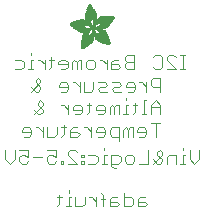
<source format=gbr>
G04 EAGLE Gerber RS-274X export*
G75*
%MOMM*%
%FSLAX34Y34*%
%LPD*%
%INSilkscreen Bottom*%
%IPPOS*%
%AMOC8*
5,1,8,0,0,1.08239X$1,22.5*%
G01*
%ADD10C,0.101600*%
%ADD11R,0.050800X0.006300*%
%ADD12R,0.082600X0.006400*%
%ADD13R,0.120600X0.006300*%
%ADD14R,0.139700X0.006400*%
%ADD15R,0.158800X0.006300*%
%ADD16R,0.177800X0.006400*%
%ADD17R,0.196800X0.006300*%
%ADD18R,0.215900X0.006400*%
%ADD19R,0.228600X0.006300*%
%ADD20R,0.241300X0.006400*%
%ADD21R,0.254000X0.006300*%
%ADD22R,0.266700X0.006400*%
%ADD23R,0.279400X0.006300*%
%ADD24R,0.285700X0.006400*%
%ADD25R,0.298400X0.006300*%
%ADD26R,0.311200X0.006400*%
%ADD27R,0.317500X0.006300*%
%ADD28R,0.330200X0.006400*%
%ADD29R,0.336600X0.006300*%
%ADD30R,0.349200X0.006400*%
%ADD31R,0.361900X0.006300*%
%ADD32R,0.368300X0.006400*%
%ADD33R,0.381000X0.006300*%
%ADD34R,0.387300X0.006400*%
%ADD35R,0.393700X0.006300*%
%ADD36R,0.406400X0.006400*%
%ADD37R,0.412700X0.006300*%
%ADD38R,0.419100X0.006400*%
%ADD39R,0.431800X0.006300*%
%ADD40R,0.438100X0.006400*%
%ADD41R,0.450800X0.006300*%
%ADD42R,0.457200X0.006400*%
%ADD43R,0.463500X0.006300*%
%ADD44R,0.476200X0.006400*%
%ADD45R,0.482600X0.006300*%
%ADD46R,0.488900X0.006400*%
%ADD47R,0.501600X0.006300*%
%ADD48R,0.508000X0.006400*%
%ADD49R,0.514300X0.006300*%
%ADD50R,0.527000X0.006400*%
%ADD51R,0.533400X0.006300*%
%ADD52R,0.546100X0.006400*%
%ADD53R,0.552400X0.006300*%
%ADD54R,0.558800X0.006400*%
%ADD55R,0.571500X0.006300*%
%ADD56R,0.577800X0.006400*%
%ADD57R,0.584200X0.006300*%
%ADD58R,0.596900X0.006400*%
%ADD59R,0.603200X0.006300*%
%ADD60R,0.609600X0.006400*%
%ADD61R,0.622300X0.006300*%
%ADD62R,0.628600X0.006400*%
%ADD63R,0.641300X0.006300*%
%ADD64R,0.647700X0.006400*%
%ADD65R,0.063500X0.006300*%
%ADD66R,0.654000X0.006300*%
%ADD67R,0.101600X0.006400*%
%ADD68R,0.666700X0.006400*%
%ADD69R,0.139700X0.006300*%
%ADD70R,0.673100X0.006300*%
%ADD71R,0.165100X0.006400*%
%ADD72R,0.679400X0.006400*%
%ADD73R,0.196900X0.006300*%
%ADD74R,0.692100X0.006300*%
%ADD75R,0.222200X0.006400*%
%ADD76R,0.698500X0.006400*%
%ADD77R,0.247700X0.006300*%
%ADD78R,0.704800X0.006300*%
%ADD79R,0.279400X0.006400*%
%ADD80R,0.717500X0.006400*%
%ADD81R,0.298500X0.006300*%
%ADD82R,0.723900X0.006300*%
%ADD83R,0.736600X0.006400*%
%ADD84R,0.342900X0.006300*%
%ADD85R,0.742900X0.006300*%
%ADD86R,0.374700X0.006400*%
%ADD87R,0.749300X0.006400*%
%ADD88R,0.762000X0.006300*%
%ADD89R,0.412700X0.006400*%
%ADD90R,0.768300X0.006400*%
%ADD91R,0.438100X0.006300*%
%ADD92R,0.774700X0.006300*%
%ADD93R,0.463600X0.006400*%
%ADD94R,0.787400X0.006400*%
%ADD95R,0.793700X0.006300*%
%ADD96R,0.495300X0.006400*%
%ADD97R,0.800100X0.006400*%
%ADD98R,0.520700X0.006300*%
%ADD99R,0.812800X0.006300*%
%ADD100R,0.533400X0.006400*%
%ADD101R,0.819100X0.006400*%
%ADD102R,0.558800X0.006300*%
%ADD103R,0.825500X0.006300*%
%ADD104R,0.577900X0.006400*%
%ADD105R,0.831800X0.006400*%
%ADD106R,0.596900X0.006300*%
%ADD107R,0.844500X0.006300*%
%ADD108R,0.616000X0.006400*%
%ADD109R,0.850900X0.006400*%
%ADD110R,0.635000X0.006300*%
%ADD111R,0.857200X0.006300*%
%ADD112R,0.654100X0.006400*%
%ADD113R,0.863600X0.006400*%
%ADD114R,0.666700X0.006300*%
%ADD115R,0.869900X0.006300*%
%ADD116R,0.685800X0.006400*%
%ADD117R,0.876300X0.006400*%
%ADD118R,0.882600X0.006300*%
%ADD119R,0.723900X0.006400*%
%ADD120R,0.889000X0.006400*%
%ADD121R,0.895300X0.006300*%
%ADD122R,0.755700X0.006400*%
%ADD123R,0.901700X0.006400*%
%ADD124R,0.908000X0.006300*%
%ADD125R,0.793800X0.006400*%
%ADD126R,0.914400X0.006400*%
%ADD127R,0.806400X0.006300*%
%ADD128R,0.920700X0.006300*%
%ADD129R,0.825500X0.006400*%
%ADD130R,0.927100X0.006400*%
%ADD131R,0.933400X0.006300*%
%ADD132R,0.857300X0.006400*%
%ADD133R,0.939800X0.006400*%
%ADD134R,0.870000X0.006300*%
%ADD135R,0.939800X0.006300*%
%ADD136R,0.946100X0.006400*%
%ADD137R,0.952500X0.006300*%
%ADD138R,0.908000X0.006400*%
%ADD139R,0.958800X0.006400*%
%ADD140R,0.965200X0.006300*%
%ADD141R,0.965200X0.006400*%
%ADD142R,0.971500X0.006300*%
%ADD143R,0.952500X0.006400*%
%ADD144R,0.977900X0.006400*%
%ADD145R,0.958800X0.006300*%
%ADD146R,0.984200X0.006300*%
%ADD147R,0.971500X0.006400*%
%ADD148R,0.984200X0.006400*%
%ADD149R,0.990600X0.006300*%
%ADD150R,0.984300X0.006400*%
%ADD151R,0.996900X0.006400*%
%ADD152R,0.997000X0.006300*%
%ADD153R,0.996900X0.006300*%
%ADD154R,1.003300X0.006400*%
%ADD155R,1.016000X0.006300*%
%ADD156R,1.009600X0.006300*%
%ADD157R,1.016000X0.006400*%
%ADD158R,1.009600X0.006400*%
%ADD159R,1.022300X0.006300*%
%ADD160R,1.028700X0.006400*%
%ADD161R,1.035100X0.006300*%
%ADD162R,1.047800X0.006400*%
%ADD163R,1.054100X0.006300*%
%ADD164R,1.028700X0.006300*%
%ADD165R,1.054100X0.006400*%
%ADD166R,1.035000X0.006400*%
%ADD167R,1.060400X0.006300*%
%ADD168R,1.035000X0.006300*%
%ADD169R,1.060500X0.006400*%
%ADD170R,1.041400X0.006400*%
%ADD171R,1.066800X0.006300*%
%ADD172R,1.041400X0.006300*%
%ADD173R,1.079500X0.006400*%
%ADD174R,1.047700X0.006400*%
%ADD175R,1.085900X0.006300*%
%ADD176R,1.047700X0.006300*%
%ADD177R,1.085800X0.006400*%
%ADD178R,1.092200X0.006300*%
%ADD179R,1.085900X0.006400*%
%ADD180R,1.098600X0.006300*%
%ADD181R,1.098600X0.006400*%
%ADD182R,1.060400X0.006400*%
%ADD183R,1.104900X0.006300*%
%ADD184R,1.104900X0.006400*%
%ADD185R,1.066800X0.006400*%
%ADD186R,1.111200X0.006300*%
%ADD187R,1.117600X0.006400*%
%ADD188R,1.117600X0.006300*%
%ADD189R,1.073100X0.006300*%
%ADD190R,1.073100X0.006400*%
%ADD191R,1.124000X0.006300*%
%ADD192R,1.079500X0.006300*%
%ADD193R,1.123900X0.006400*%
%ADD194R,1.130300X0.006300*%
%ADD195R,1.130300X0.006400*%
%ADD196R,1.136700X0.006400*%
%ADD197R,1.136700X0.006300*%
%ADD198R,1.085800X0.006300*%
%ADD199R,1.136600X0.006400*%
%ADD200R,1.136600X0.006300*%
%ADD201R,1.143000X0.006400*%
%ADD202R,1.143000X0.006300*%
%ADD203R,1.149400X0.006300*%
%ADD204R,1.149300X0.006300*%
%ADD205R,1.149300X0.006400*%
%ADD206R,1.149400X0.006400*%
%ADD207R,1.155700X0.006400*%
%ADD208R,1.155700X0.006300*%
%ADD209R,1.060500X0.006300*%
%ADD210R,2.197100X0.006400*%
%ADD211R,2.197100X0.006300*%
%ADD212R,2.184400X0.006300*%
%ADD213R,2.184400X0.006400*%
%ADD214R,2.171700X0.006400*%
%ADD215R,2.171700X0.006300*%
%ADD216R,1.530300X0.006400*%
%ADD217R,1.505000X0.006300*%
%ADD218R,1.492300X0.006400*%
%ADD219R,1.485900X0.006300*%
%ADD220R,0.565200X0.006300*%
%ADD221R,1.473200X0.006400*%
%ADD222R,0.565200X0.006400*%
%ADD223R,1.460500X0.006300*%
%ADD224R,1.454100X0.006400*%
%ADD225R,0.552400X0.006400*%
%ADD226R,1.441500X0.006300*%
%ADD227R,0.546100X0.006300*%
%ADD228R,1.435100X0.006400*%
%ADD229R,0.539800X0.006400*%
%ADD230R,1.428800X0.006300*%
%ADD231R,1.422400X0.006400*%
%ADD232R,1.409700X0.006300*%
%ADD233R,0.527100X0.006300*%
%ADD234R,1.403300X0.006400*%
%ADD235R,0.527100X0.006400*%
%ADD236R,1.390700X0.006300*%
%ADD237R,1.384300X0.006400*%
%ADD238R,0.520700X0.006400*%
%ADD239R,1.384300X0.006300*%
%ADD240R,0.514400X0.006300*%
%ADD241R,1.371600X0.006400*%
%ADD242R,1.365200X0.006300*%
%ADD243R,0.508000X0.006300*%
%ADD244R,1.352600X0.006400*%
%ADD245R,0.501700X0.006400*%
%ADD246R,0.711200X0.006300*%
%ADD247R,0.603300X0.006300*%
%ADD248R,0.501700X0.006300*%
%ADD249R,0.692100X0.006400*%
%ADD250R,0.571500X0.006400*%
%ADD251R,0.679400X0.006300*%
%ADD252R,0.495300X0.006300*%
%ADD253R,0.673100X0.006400*%
%ADD254R,0.666800X0.006300*%
%ADD255R,0.488900X0.006300*%
%ADD256R,0.660400X0.006400*%
%ADD257R,0.482600X0.006400*%
%ADD258R,0.476200X0.006300*%
%ADD259R,0.654000X0.006400*%
%ADD260R,0.469900X0.006400*%
%ADD261R,0.476300X0.006400*%
%ADD262R,0.647700X0.006300*%
%ADD263R,0.457200X0.006300*%
%ADD264R,0.469900X0.006300*%
%ADD265R,0.641300X0.006400*%
%ADD266R,0.444500X0.006400*%
%ADD267R,0.463600X0.006300*%
%ADD268R,0.635000X0.006400*%
%ADD269R,0.463500X0.006400*%
%ADD270R,0.393700X0.006400*%
%ADD271R,0.450800X0.006400*%
%ADD272R,0.628600X0.006300*%
%ADD273R,0.387400X0.006300*%
%ADD274R,0.450900X0.006300*%
%ADD275R,0.628700X0.006400*%
%ADD276R,0.374600X0.006400*%
%ADD277R,0.368300X0.006300*%
%ADD278R,0.438200X0.006300*%
%ADD279R,0.622300X0.006400*%
%ADD280R,0.355600X0.006400*%
%ADD281R,0.431800X0.006400*%
%ADD282R,0.349300X0.006300*%
%ADD283R,0.425400X0.006300*%
%ADD284R,0.615900X0.006300*%
%ADD285R,0.330200X0.006300*%
%ADD286R,0.419100X0.006300*%
%ADD287R,0.616000X0.006300*%
%ADD288R,0.311200X0.006300*%
%ADD289R,0.406400X0.006300*%
%ADD290R,0.615900X0.006400*%
%ADD291R,0.304800X0.006400*%
%ADD292R,0.158800X0.006400*%
%ADD293R,0.609600X0.006300*%
%ADD294R,0.292100X0.006300*%
%ADD295R,0.235000X0.006300*%
%ADD296R,0.387400X0.006400*%
%ADD297R,0.292100X0.006400*%
%ADD298R,0.336500X0.006300*%
%ADD299R,0.260400X0.006300*%
%ADD300R,0.603300X0.006400*%
%ADD301R,0.260400X0.006400*%
%ADD302R,0.362000X0.006400*%
%ADD303R,0.450900X0.006400*%
%ADD304R,0.355600X0.006300*%
%ADD305R,0.342900X0.006400*%
%ADD306R,0.514300X0.006400*%
%ADD307R,0.234900X0.006300*%
%ADD308R,0.539700X0.006300*%
%ADD309R,0.603200X0.006400*%
%ADD310R,0.234900X0.006400*%
%ADD311R,0.920700X0.006400*%
%ADD312R,0.958900X0.006400*%
%ADD313R,0.215900X0.006300*%
%ADD314R,0.209600X0.006400*%
%ADD315R,0.203200X0.006300*%
%ADD316R,1.003300X0.006300*%
%ADD317R,0.203200X0.006400*%
%ADD318R,0.196900X0.006400*%
%ADD319R,0.190500X0.006300*%
%ADD320R,0.190500X0.006400*%
%ADD321R,0.184200X0.006300*%
%ADD322R,0.590500X0.006400*%
%ADD323R,0.184200X0.006400*%
%ADD324R,0.590500X0.006300*%
%ADD325R,0.177800X0.006300*%
%ADD326R,0.584200X0.006400*%
%ADD327R,1.168400X0.006400*%
%ADD328R,0.171500X0.006300*%
%ADD329R,1.187500X0.006300*%
%ADD330R,1.200100X0.006400*%
%ADD331R,0.577800X0.006300*%
%ADD332R,1.212900X0.006300*%
%ADD333R,1.231900X0.006400*%
%ADD334R,1.250900X0.006300*%
%ADD335R,0.565100X0.006400*%
%ADD336R,0.184100X0.006400*%
%ADD337R,1.263700X0.006400*%
%ADD338R,0.565100X0.006300*%
%ADD339R,1.289100X0.006300*%
%ADD340R,1.314400X0.006400*%
%ADD341R,0.552500X0.006300*%
%ADD342R,1.568500X0.006300*%
%ADD343R,0.552500X0.006400*%
%ADD344R,1.581200X0.006400*%
%ADD345R,1.593800X0.006300*%
%ADD346R,1.606500X0.006400*%
%ADD347R,1.619300X0.006300*%
%ADD348R,0.514400X0.006400*%
%ADD349R,1.638300X0.006400*%
%ADD350R,1.657300X0.006300*%
%ADD351R,2.209800X0.006400*%
%ADD352R,2.425700X0.006300*%
%ADD353R,2.470100X0.006400*%
%ADD354R,2.501900X0.006300*%
%ADD355R,2.533700X0.006400*%
%ADD356R,2.559000X0.006300*%
%ADD357R,2.584500X0.006400*%
%ADD358R,2.609900X0.006300*%
%ADD359R,2.628900X0.006400*%
%ADD360R,2.660600X0.006300*%
%ADD361R,2.673400X0.006400*%
%ADD362R,1.422400X0.006300*%
%ADD363R,1.200200X0.006300*%
%ADD364R,1.365300X0.006300*%
%ADD365R,1.365300X0.006400*%
%ADD366R,1.352500X0.006300*%
%ADD367R,1.098500X0.006300*%
%ADD368R,1.358900X0.006400*%
%ADD369R,1.352600X0.006300*%
%ADD370R,1.358900X0.006300*%
%ADD371R,1.371600X0.006300*%
%ADD372R,1.377900X0.006400*%
%ADD373R,1.397000X0.006400*%
%ADD374R,1.403300X0.006300*%
%ADD375R,0.914400X0.006300*%
%ADD376R,0.876300X0.006300*%
%ADD377R,0.374600X0.006300*%
%ADD378R,1.073200X0.006400*%
%ADD379R,0.374700X0.006300*%
%ADD380R,0.844600X0.006400*%
%ADD381R,0.844600X0.006300*%
%ADD382R,0.831900X0.006400*%
%ADD383R,1.092200X0.006400*%
%ADD384R,0.400000X0.006300*%
%ADD385R,0.819200X0.006400*%
%ADD386R,1.111300X0.006400*%
%ADD387R,0.812800X0.006400*%
%ADD388R,0.800100X0.006300*%
%ADD389R,0.476300X0.006300*%
%ADD390R,1.181100X0.006300*%
%ADD391R,0.501600X0.006400*%
%ADD392R,1.193800X0.006400*%
%ADD393R,0.781000X0.006400*%
%ADD394R,1.238200X0.006400*%
%ADD395R,0.781100X0.006300*%
%ADD396R,1.257300X0.006300*%
%ADD397R,1.295400X0.006400*%
%ADD398R,1.333500X0.006300*%
%ADD399R,0.774700X0.006400*%
%ADD400R,1.866900X0.006400*%
%ADD401R,0.209600X0.006300*%
%ADD402R,1.866900X0.006300*%
%ADD403R,0.768400X0.006400*%
%ADD404R,0.209500X0.006400*%
%ADD405R,1.860600X0.006400*%
%ADD406R,0.762000X0.006400*%
%ADD407R,0.768400X0.006300*%
%ADD408R,1.860600X0.006300*%
%ADD409R,1.860500X0.006400*%
%ADD410R,0.222300X0.006300*%
%ADD411R,1.854200X0.006300*%
%ADD412R,0.235000X0.006400*%
%ADD413R,1.854200X0.006400*%
%ADD414R,0.768300X0.006300*%
%ADD415R,0.260300X0.006400*%
%ADD416R,1.847800X0.006400*%
%ADD417R,0.266700X0.006300*%
%ADD418R,1.847800X0.006300*%
%ADD419R,0.273100X0.006400*%
%ADD420R,1.841500X0.006400*%
%ADD421R,0.285800X0.006300*%
%ADD422R,1.841500X0.006300*%
%ADD423R,0.298500X0.006400*%
%ADD424R,1.835100X0.006400*%
%ADD425R,0.781000X0.006300*%
%ADD426R,0.304800X0.006300*%
%ADD427R,1.835100X0.006300*%
%ADD428R,0.317500X0.006400*%
%ADD429R,1.828800X0.006400*%
%ADD430R,0.787400X0.006300*%
%ADD431R,0.323800X0.006300*%
%ADD432R,1.828800X0.006300*%
%ADD433R,0.793700X0.006400*%
%ADD434R,1.822400X0.006400*%
%ADD435R,0.806500X0.006300*%
%ADD436R,1.822400X0.006300*%
%ADD437R,1.816100X0.006400*%
%ADD438R,0.819100X0.006300*%
%ADD439R,0.387300X0.006300*%
%ADD440R,1.816100X0.006300*%
%ADD441R,1.809800X0.006400*%
%ADD442R,1.803400X0.006300*%
%ADD443R,1.797000X0.006400*%
%ADD444R,0.901700X0.006300*%
%ADD445R,1.797000X0.006300*%
%ADD446R,1.441400X0.006400*%
%ADD447R,1.790700X0.006400*%
%ADD448R,1.447800X0.006300*%
%ADD449R,1.784300X0.006300*%
%ADD450R,1.447800X0.006400*%
%ADD451R,1.784300X0.006400*%
%ADD452R,1.454100X0.006300*%
%ADD453R,1.771700X0.006300*%
%ADD454R,1.460500X0.006400*%
%ADD455R,1.759000X0.006400*%
%ADD456R,1.466800X0.006300*%
%ADD457R,1.752600X0.006300*%
%ADD458R,1.466800X0.006400*%
%ADD459R,1.739900X0.006400*%
%ADD460R,1.473200X0.006300*%
%ADD461R,1.727200X0.006300*%
%ADD462R,1.479500X0.006400*%
%ADD463R,1.714500X0.006400*%
%ADD464R,1.695400X0.006300*%
%ADD465R,1.485900X0.006400*%
%ADD466R,1.682700X0.006400*%
%ADD467R,1.492200X0.006300*%
%ADD468R,1.663700X0.006300*%
%ADD469R,1.498600X0.006400*%
%ADD470R,1.644600X0.006400*%
%ADD471R,1.498600X0.006300*%
%ADD472R,1.619200X0.006300*%
%ADD473R,1.511300X0.006400*%
%ADD474R,1.600200X0.006400*%
%ADD475R,1.517700X0.006300*%
%ADD476R,1.574800X0.006300*%
%ADD477R,1.524000X0.006400*%
%ADD478R,1.555800X0.006400*%
%ADD479R,1.524000X0.006300*%
%ADD480R,1.536700X0.006300*%
%ADD481R,1.530400X0.006400*%
%ADD482R,1.517700X0.006400*%
%ADD483R,1.492300X0.006300*%
%ADD484R,1.549400X0.006400*%
%ADD485R,1.479600X0.006400*%
%ADD486R,1.549400X0.006300*%
%ADD487R,1.555700X0.006400*%
%ADD488R,1.562100X0.006300*%
%ADD489R,0.323900X0.006300*%
%ADD490R,1.568400X0.006400*%
%ADD491R,0.336600X0.006400*%
%ADD492R,1.587500X0.006300*%
%ADD493R,0.971600X0.006300*%
%ADD494R,0.349300X0.006400*%
%ADD495R,1.600200X0.006300*%
%ADD496R,0.920800X0.006300*%
%ADD497R,0.882700X0.006400*%
%ADD498R,1.612900X0.006300*%
%ADD499R,0.362000X0.006300*%
%ADD500R,1.625600X0.006400*%
%ADD501R,1.625600X0.006300*%
%ADD502R,1.644600X0.006300*%
%ADD503R,0.736600X0.006300*%
%ADD504R,0.717600X0.006400*%
%ADD505R,1.657400X0.006300*%
%ADD506R,0.679500X0.006300*%
%ADD507R,1.663700X0.006400*%
%ADD508R,0.400000X0.006400*%
%ADD509R,1.676400X0.006300*%
%ADD510R,1.676400X0.006400*%
%ADD511R,0.425500X0.006400*%
%ADD512R,1.352500X0.006400*%
%ADD513R,0.444500X0.006300*%
%ADD514R,0.361900X0.006400*%
%ADD515R,0.088900X0.006300*%
%ADD516R,1.009700X0.006300*%
%ADD517R,1.009700X0.006400*%
%ADD518R,1.022300X0.006400*%
%ADD519R,1.346200X0.006400*%
%ADD520R,1.346200X0.006300*%
%ADD521R,1.339900X0.006400*%
%ADD522R,1.035100X0.006400*%
%ADD523R,1.339800X0.006300*%
%ADD524R,1.333500X0.006400*%
%ADD525R,1.327200X0.006400*%
%ADD526R,1.320800X0.006300*%
%ADD527R,1.314500X0.006400*%
%ADD528R,1.314400X0.006300*%
%ADD529R,1.301700X0.006400*%
%ADD530R,1.295400X0.006300*%
%ADD531R,1.289000X0.006400*%
%ADD532R,1.276300X0.006300*%
%ADD533R,1.251000X0.006300*%
%ADD534R,1.244600X0.006400*%
%ADD535R,1.231900X0.006300*%
%ADD536R,1.212800X0.006400*%
%ADD537R,1.200100X0.006300*%
%ADD538R,1.187400X0.006400*%
%ADD539R,1.168400X0.006300*%
%ADD540R,1.047800X0.006300*%
%ADD541R,0.977900X0.006300*%
%ADD542R,0.946200X0.006400*%
%ADD543R,0.933400X0.006400*%
%ADD544R,0.895300X0.006400*%
%ADD545R,0.882700X0.006300*%
%ADD546R,0.863600X0.006300*%
%ADD547R,0.857200X0.006400*%
%ADD548R,0.850900X0.006300*%
%ADD549R,0.838200X0.006300*%
%ADD550R,0.806500X0.006400*%
%ADD551R,0.717600X0.006300*%
%ADD552R,0.711200X0.006400*%
%ADD553R,0.641400X0.006400*%
%ADD554R,0.641400X0.006300*%
%ADD555R,0.628700X0.006300*%
%ADD556R,0.590600X0.006300*%
%ADD557R,0.539700X0.006400*%
%ADD558R,0.285700X0.006300*%
%ADD559R,0.222200X0.006300*%
%ADD560R,0.171400X0.006300*%
%ADD561R,0.152400X0.006400*%
%ADD562R,0.133400X0.006300*%


D10*
X167542Y119428D02*
X163644Y119428D01*
X165593Y119428D02*
X165593Y131122D01*
X167542Y131122D02*
X163644Y131122D01*
X159746Y119428D02*
X151950Y119428D01*
X159746Y119428D02*
X151950Y127224D01*
X151950Y129173D01*
X153899Y131122D01*
X157797Y131122D01*
X159746Y129173D01*
X142205Y131122D02*
X140256Y129173D01*
X142205Y131122D02*
X146103Y131122D01*
X148052Y129173D01*
X148052Y121377D01*
X146103Y119428D01*
X142205Y119428D01*
X140256Y121377D01*
X124664Y119428D02*
X124664Y131122D01*
X118817Y131122D01*
X116868Y129173D01*
X116868Y127224D01*
X118817Y125275D01*
X116868Y123326D01*
X116868Y121377D01*
X118817Y119428D01*
X124664Y119428D01*
X124664Y125275D02*
X118817Y125275D01*
X111021Y127224D02*
X107123Y127224D01*
X105174Y125275D01*
X105174Y119428D01*
X111021Y119428D01*
X112970Y121377D01*
X111021Y123326D01*
X105174Y123326D01*
X101276Y119428D02*
X101276Y127224D01*
X101276Y123326D02*
X97378Y127224D01*
X95429Y127224D01*
X89582Y119428D02*
X85684Y119428D01*
X83735Y121377D01*
X83735Y125275D01*
X85684Y127224D01*
X89582Y127224D01*
X91531Y125275D01*
X91531Y121377D01*
X89582Y119428D01*
X79837Y119428D02*
X79837Y127224D01*
X77888Y127224D01*
X75939Y125275D01*
X75939Y119428D01*
X75939Y125275D02*
X73990Y127224D01*
X72041Y125275D01*
X72041Y119428D01*
X66194Y119428D02*
X62296Y119428D01*
X66194Y119428D02*
X68143Y121377D01*
X68143Y125275D01*
X66194Y127224D01*
X62296Y127224D01*
X60347Y125275D01*
X60347Y123326D01*
X68143Y123326D01*
X54500Y121377D02*
X54500Y129173D01*
X54500Y121377D02*
X52551Y119428D01*
X52551Y127224D02*
X56449Y127224D01*
X48653Y127224D02*
X48653Y119428D01*
X48653Y123326D02*
X44755Y127224D01*
X42806Y127224D01*
X38908Y127224D02*
X36959Y127224D01*
X36959Y119428D01*
X38908Y119428D02*
X35010Y119428D01*
X36959Y131122D02*
X36959Y133071D01*
X29163Y127224D02*
X23316Y127224D01*
X29163Y127224D02*
X31112Y125275D01*
X31112Y121377D01*
X29163Y119428D01*
X23316Y119428D01*
X146602Y111802D02*
X146602Y100108D01*
X146602Y111802D02*
X140755Y111802D01*
X138806Y109853D01*
X138806Y105955D01*
X140755Y104006D01*
X146602Y104006D01*
X134908Y100108D02*
X134908Y107904D01*
X134908Y104006D02*
X131010Y107904D01*
X129061Y107904D01*
X123214Y100108D02*
X119316Y100108D01*
X123214Y100108D02*
X125163Y102057D01*
X125163Y105955D01*
X123214Y107904D01*
X119316Y107904D01*
X117367Y105955D01*
X117367Y104006D01*
X125163Y104006D01*
X113469Y100108D02*
X107622Y100108D01*
X105673Y102057D01*
X107622Y104006D01*
X111520Y104006D01*
X113469Y105955D01*
X111520Y107904D01*
X105673Y107904D01*
X101775Y100108D02*
X95928Y100108D01*
X93979Y102057D01*
X95928Y104006D01*
X99826Y104006D01*
X101775Y105955D01*
X99826Y107904D01*
X93979Y107904D01*
X90081Y107904D02*
X90081Y102057D01*
X88132Y100108D01*
X82285Y100108D01*
X82285Y107904D01*
X78387Y107904D02*
X78387Y100108D01*
X78387Y104006D02*
X74489Y107904D01*
X72540Y107904D01*
X66693Y100108D02*
X62795Y100108D01*
X66693Y100108D02*
X68642Y102057D01*
X68642Y105955D01*
X66693Y107904D01*
X62795Y107904D01*
X60846Y105955D01*
X60846Y104006D01*
X68642Y104006D01*
X41356Y100108D02*
X37458Y104006D01*
X41356Y100108D02*
X43305Y100108D01*
X45254Y102057D01*
X45254Y104006D01*
X41356Y107904D01*
X41356Y109853D01*
X43305Y111802D01*
X45254Y109853D01*
X45254Y107904D01*
X37458Y100108D01*
X146602Y88854D02*
X146602Y81058D01*
X146602Y88854D02*
X142704Y92752D01*
X138806Y88854D01*
X138806Y81058D01*
X138806Y86905D02*
X146602Y86905D01*
X134908Y92752D02*
X132959Y92752D01*
X132959Y81058D01*
X134908Y81058D02*
X131010Y81058D01*
X125163Y83007D02*
X125163Y90803D01*
X125163Y83007D02*
X123214Y81058D01*
X123214Y88854D02*
X127112Y88854D01*
X119316Y88854D02*
X117367Y88854D01*
X117367Y81058D01*
X119316Y81058D02*
X115418Y81058D01*
X117367Y92752D02*
X117367Y94701D01*
X111520Y88854D02*
X111520Y81058D01*
X111520Y88854D02*
X109571Y88854D01*
X107622Y86905D01*
X107622Y81058D01*
X107622Y86905D02*
X105673Y88854D01*
X103724Y86905D01*
X103724Y81058D01*
X97877Y81058D02*
X93979Y81058D01*
X97877Y81058D02*
X99826Y83007D01*
X99826Y86905D01*
X97877Y88854D01*
X93979Y88854D01*
X92030Y86905D01*
X92030Y84956D01*
X99826Y84956D01*
X86183Y83007D02*
X86183Y90803D01*
X86183Y83007D02*
X84234Y81058D01*
X84234Y88854D02*
X88132Y88854D01*
X78387Y81058D02*
X74489Y81058D01*
X78387Y81058D02*
X80336Y83007D01*
X80336Y86905D01*
X78387Y88854D01*
X74489Y88854D01*
X72540Y86905D01*
X72540Y84956D01*
X80336Y84956D01*
X68642Y81058D02*
X68642Y88854D01*
X68642Y84956D02*
X64744Y88854D01*
X62795Y88854D01*
X43305Y81058D02*
X39407Y84956D01*
X43305Y81058D02*
X45254Y81058D01*
X47203Y83007D01*
X47203Y84956D01*
X43305Y88854D01*
X43305Y90803D01*
X45254Y92752D01*
X47203Y90803D01*
X47203Y88854D01*
X39407Y81058D01*
X142704Y73702D02*
X142704Y62008D01*
X146602Y73702D02*
X138806Y73702D01*
X132959Y62008D02*
X129061Y62008D01*
X132959Y62008D02*
X134908Y63957D01*
X134908Y67855D01*
X132959Y69804D01*
X129061Y69804D01*
X127112Y67855D01*
X127112Y65906D01*
X134908Y65906D01*
X123214Y62008D02*
X123214Y69804D01*
X121265Y69804D01*
X119316Y67855D01*
X119316Y62008D01*
X119316Y67855D02*
X117367Y69804D01*
X115418Y67855D01*
X115418Y62008D01*
X111520Y58110D02*
X111520Y69804D01*
X105673Y69804D01*
X103724Y67855D01*
X103724Y63957D01*
X105673Y62008D01*
X111520Y62008D01*
X97877Y62008D02*
X93979Y62008D01*
X97877Y62008D02*
X99826Y63957D01*
X99826Y67855D01*
X97877Y69804D01*
X93979Y69804D01*
X92030Y67855D01*
X92030Y65906D01*
X99826Y65906D01*
X88132Y62008D02*
X88132Y69804D01*
X88132Y65906D02*
X84234Y69804D01*
X82285Y69804D01*
X76438Y69804D02*
X72540Y69804D01*
X70591Y67855D01*
X70591Y62008D01*
X76438Y62008D01*
X78387Y63957D01*
X76438Y65906D01*
X70591Y65906D01*
X64744Y63957D02*
X64744Y71753D01*
X64744Y63957D02*
X62795Y62008D01*
X62795Y69804D02*
X66693Y69804D01*
X58897Y69804D02*
X58897Y63957D01*
X56948Y62008D01*
X51101Y62008D01*
X51101Y69804D01*
X47203Y69804D02*
X47203Y62008D01*
X47203Y65906D02*
X43305Y69804D01*
X41356Y69804D01*
X35509Y62008D02*
X31611Y62008D01*
X35509Y62008D02*
X37458Y63957D01*
X37458Y67855D01*
X35509Y69804D01*
X31611Y69804D01*
X29662Y67855D01*
X29662Y65906D01*
X37458Y65906D01*
X179322Y50762D02*
X179322Y42966D01*
X175424Y39068D01*
X171526Y42966D01*
X171526Y50762D01*
X167628Y46864D02*
X165679Y46864D01*
X165679Y39068D01*
X167628Y39068D02*
X163730Y39068D01*
X165679Y50762D02*
X165679Y52711D01*
X159832Y46864D02*
X159832Y39068D01*
X159832Y46864D02*
X153985Y46864D01*
X152036Y44915D01*
X152036Y39068D01*
X144240Y39068D02*
X140342Y42966D01*
X144240Y39068D02*
X146189Y39068D01*
X148138Y41017D01*
X148138Y42966D01*
X144240Y46864D01*
X144240Y48813D01*
X146189Y50762D01*
X148138Y48813D01*
X148138Y46864D01*
X140342Y39068D01*
X136444Y39068D02*
X136444Y50762D01*
X136444Y39068D02*
X128648Y39068D01*
X122801Y39068D02*
X118903Y39068D01*
X116954Y41017D01*
X116954Y44915D01*
X118903Y46864D01*
X122801Y46864D01*
X124750Y44915D01*
X124750Y41017D01*
X122801Y39068D01*
X109158Y35170D02*
X107209Y35170D01*
X105260Y37119D01*
X105260Y46864D01*
X111107Y46864D01*
X113056Y44915D01*
X113056Y41017D01*
X111107Y39068D01*
X105260Y39068D01*
X101362Y46864D02*
X99413Y46864D01*
X99413Y39068D01*
X101362Y39068D02*
X97464Y39068D01*
X99413Y50762D02*
X99413Y52711D01*
X91617Y46864D02*
X85770Y46864D01*
X91617Y46864D02*
X93566Y44915D01*
X93566Y41017D01*
X91617Y39068D01*
X85770Y39068D01*
X81872Y46864D02*
X79923Y46864D01*
X79923Y44915D01*
X81872Y44915D01*
X81872Y46864D01*
X81872Y41017D02*
X79923Y41017D01*
X79923Y39068D01*
X81872Y39068D01*
X81872Y41017D01*
X76025Y39068D02*
X68229Y39068D01*
X76025Y39068D02*
X68229Y46864D01*
X68229Y48813D01*
X70178Y50762D01*
X74076Y50762D01*
X76025Y48813D01*
X64331Y41017D02*
X64331Y39068D01*
X64331Y41017D02*
X62382Y41017D01*
X62382Y39068D01*
X64331Y39068D01*
X58484Y50762D02*
X50688Y50762D01*
X58484Y50762D02*
X58484Y44915D01*
X54586Y46864D01*
X52637Y46864D01*
X50688Y44915D01*
X50688Y41017D01*
X52637Y39068D01*
X56535Y39068D01*
X58484Y41017D01*
X46790Y44915D02*
X38994Y44915D01*
X35096Y50762D02*
X27300Y50762D01*
X35096Y50762D02*
X35096Y44915D01*
X31198Y46864D01*
X29249Y46864D01*
X27300Y44915D01*
X27300Y41017D01*
X29249Y39068D01*
X33147Y39068D01*
X35096Y41017D01*
X23402Y42966D02*
X23402Y50762D01*
X23402Y42966D02*
X19505Y39068D01*
X15607Y42966D01*
X15607Y50762D01*
X129425Y10824D02*
X133323Y10824D01*
X129425Y10824D02*
X127476Y8875D01*
X127476Y3028D01*
X133323Y3028D01*
X135272Y4977D01*
X133323Y6926D01*
X127476Y6926D01*
X115782Y3028D02*
X115782Y14722D01*
X115782Y3028D02*
X121629Y3028D01*
X123578Y4977D01*
X123578Y8875D01*
X121629Y10824D01*
X115782Y10824D01*
X109935Y10824D02*
X106037Y10824D01*
X104088Y8875D01*
X104088Y3028D01*
X109935Y3028D01*
X111884Y4977D01*
X109935Y6926D01*
X104088Y6926D01*
X98241Y3028D02*
X98241Y12773D01*
X96292Y14722D01*
X96292Y8875D02*
X100190Y8875D01*
X92394Y10824D02*
X92394Y3028D01*
X92394Y6926D02*
X88496Y10824D01*
X86547Y10824D01*
X82649Y10824D02*
X82649Y4977D01*
X80700Y3028D01*
X74853Y3028D01*
X74853Y10824D01*
X70955Y10824D02*
X69006Y10824D01*
X69006Y3028D01*
X70955Y3028D02*
X67057Y3028D01*
X69006Y14722D02*
X69006Y16671D01*
X61210Y12773D02*
X61210Y4977D01*
X59261Y3028D01*
X59261Y10824D02*
X63159Y10824D01*
D11*
X81362Y135861D03*
D12*
X81330Y135924D03*
D13*
X81330Y135988D03*
D14*
X81362Y136051D03*
D15*
X81330Y136115D03*
D16*
X81362Y136178D03*
D17*
X81330Y136242D03*
D18*
X81362Y136305D03*
D19*
X81362Y136369D03*
D20*
X81426Y136432D03*
D21*
X81425Y136496D03*
D22*
X81489Y136559D03*
D23*
X81489Y136623D03*
D24*
X81521Y136686D03*
D25*
X81584Y136750D03*
D26*
X81584Y136813D03*
D27*
X81616Y136877D03*
D28*
X81679Y136940D03*
D29*
X81711Y137004D03*
D30*
X81711Y137067D03*
D31*
X81775Y137131D03*
D32*
X81807Y137194D03*
D33*
X81870Y137258D03*
D34*
X81902Y137321D03*
D35*
X81934Y137385D03*
D36*
X81997Y137448D03*
D37*
X82029Y137512D03*
D38*
X82061Y137575D03*
D39*
X82124Y137639D03*
D40*
X82156Y137702D03*
D41*
X82219Y137766D03*
D42*
X82251Y137829D03*
D43*
X82283Y137893D03*
D44*
X82346Y137956D03*
D45*
X82378Y138020D03*
D46*
X82410Y138083D03*
D47*
X82473Y138147D03*
D48*
X82505Y138210D03*
D49*
X82537Y138274D03*
D50*
X82600Y138337D03*
D51*
X82632Y138401D03*
D52*
X82696Y138464D03*
D53*
X82727Y138528D03*
D54*
X82759Y138591D03*
D55*
X82823Y138655D03*
D56*
X82854Y138718D03*
D57*
X82886Y138782D03*
D58*
X82950Y138845D03*
D59*
X82981Y138909D03*
D60*
X83013Y138972D03*
D61*
X83077Y139036D03*
D62*
X83108Y139099D03*
D63*
X83172Y139163D03*
D64*
X83204Y139226D03*
D65*
X103016Y139290D03*
D66*
X83235Y139290D03*
D67*
X103015Y139353D03*
D68*
X83299Y139353D03*
D69*
X102952Y139417D03*
D70*
X83331Y139417D03*
D71*
X102889Y139480D03*
D72*
X83362Y139480D03*
D73*
X102857Y139544D03*
D74*
X83426Y139544D03*
D75*
X102793Y139607D03*
D76*
X83458Y139607D03*
D77*
X102730Y139671D03*
D78*
X83489Y139671D03*
D79*
X102634Y139734D03*
D80*
X83553Y139734D03*
D81*
X102603Y139798D03*
D82*
X83585Y139798D03*
D28*
X102507Y139861D03*
D83*
X83648Y139861D03*
D84*
X102444Y139925D03*
D85*
X83680Y139925D03*
D86*
X102349Y139988D03*
D87*
X83712Y139988D03*
D35*
X102254Y140052D03*
D88*
X83775Y140052D03*
D89*
X102222Y140115D03*
D90*
X83807Y140115D03*
D91*
X102095Y140179D03*
D92*
X83839Y140179D03*
D93*
X102031Y140242D03*
D94*
X83902Y140242D03*
D45*
X101936Y140306D03*
D95*
X83934Y140306D03*
D96*
X101873Y140369D03*
D97*
X83966Y140369D03*
D98*
X101746Y140433D03*
D99*
X84029Y140433D03*
D100*
X101682Y140496D03*
D101*
X84061Y140496D03*
D102*
X101555Y140560D03*
D103*
X84093Y140560D03*
D104*
X101460Y140623D03*
D105*
X84124Y140623D03*
D106*
X101365Y140687D03*
D107*
X84188Y140687D03*
D108*
X101269Y140750D03*
D109*
X84220Y140750D03*
D110*
X101174Y140814D03*
D111*
X84251Y140814D03*
D112*
X101079Y140877D03*
D113*
X84283Y140877D03*
D114*
X100952Y140941D03*
D115*
X84315Y140941D03*
D116*
X100856Y141004D03*
D117*
X84347Y141004D03*
D78*
X100761Y141068D03*
D118*
X84378Y141068D03*
D119*
X100666Y141131D03*
D120*
X84410Y141131D03*
D85*
X100571Y141195D03*
D121*
X84442Y141195D03*
D122*
X100444Y141258D03*
D123*
X84474Y141258D03*
D92*
X100349Y141322D03*
D124*
X84505Y141322D03*
D125*
X100253Y141385D03*
D126*
X84537Y141385D03*
D127*
X100126Y141449D03*
D128*
X84569Y141449D03*
D129*
X100031Y141512D03*
D130*
X84601Y141512D03*
D107*
X99936Y141576D03*
D131*
X84632Y141576D03*
D132*
X99809Y141639D03*
D133*
X84664Y141639D03*
D134*
X99745Y141703D03*
D135*
X84664Y141703D03*
D120*
X99650Y141766D03*
D136*
X84696Y141766D03*
D121*
X99555Y141830D03*
D137*
X84728Y141830D03*
D138*
X99491Y141893D03*
D139*
X84759Y141893D03*
D128*
X99428Y141957D03*
D140*
X84791Y141957D03*
D130*
X99333Y142020D03*
D141*
X84791Y142020D03*
D135*
X99269Y142084D03*
D142*
X84823Y142084D03*
D143*
X99206Y142147D03*
D144*
X84855Y142147D03*
D145*
X99110Y142211D03*
D146*
X84886Y142211D03*
D147*
X99047Y142274D03*
D148*
X84886Y142274D03*
D146*
X98983Y142338D03*
D149*
X84918Y142338D03*
D150*
X98920Y142401D03*
D151*
X84950Y142401D03*
D152*
X98856Y142465D03*
D153*
X84950Y142465D03*
D154*
X98825Y142528D03*
X84982Y142528D03*
D155*
X98761Y142592D03*
D156*
X85013Y142592D03*
D157*
X98697Y142655D03*
D158*
X85013Y142655D03*
D159*
X98666Y142719D03*
D155*
X85045Y142719D03*
D160*
X98571Y142782D03*
D157*
X85045Y142782D03*
D161*
X98539Y142846D03*
D159*
X85077Y142846D03*
D162*
X98475Y142909D03*
D160*
X85109Y142909D03*
D163*
X98444Y142973D03*
D164*
X85109Y142973D03*
D165*
X98380Y143036D03*
D166*
X85140Y143036D03*
D167*
X98348Y143100D03*
D168*
X85140Y143100D03*
D169*
X98285Y143163D03*
D170*
X85172Y143163D03*
D171*
X98253Y143227D03*
D172*
X85172Y143227D03*
D173*
X98190Y143290D03*
D174*
X85204Y143290D03*
D175*
X98158Y143354D03*
D176*
X85204Y143354D03*
D177*
X98094Y143417D03*
D165*
X85236Y143417D03*
D178*
X98062Y143481D03*
D163*
X85236Y143481D03*
D179*
X98031Y143544D03*
D165*
X85236Y143544D03*
D180*
X97967Y143608D03*
D167*
X85267Y143608D03*
D181*
X97967Y143671D03*
D182*
X85267Y143671D03*
D183*
X97936Y143735D03*
D171*
X85299Y143735D03*
D184*
X97872Y143798D03*
D185*
X85299Y143798D03*
D186*
X97840Y143862D03*
D171*
X85299Y143862D03*
D187*
X97808Y143925D03*
D185*
X85299Y143925D03*
D188*
X97745Y143989D03*
D189*
X85331Y143989D03*
D187*
X97745Y144052D03*
D190*
X85331Y144052D03*
D191*
X97713Y144116D03*
D192*
X85363Y144116D03*
D193*
X97650Y144179D03*
D173*
X85363Y144179D03*
D194*
X97618Y144243D03*
D192*
X85363Y144243D03*
D195*
X97618Y144306D03*
D173*
X85363Y144306D03*
D194*
X97555Y144370D03*
D192*
X85363Y144370D03*
D196*
X97523Y144433D03*
D177*
X85394Y144433D03*
D197*
X97523Y144497D03*
D198*
X85394Y144497D03*
D199*
X97459Y144560D03*
D173*
X85426Y144560D03*
D200*
X97459Y144624D03*
D192*
X85426Y144624D03*
D201*
X97427Y144687D03*
D179*
X85458Y144687D03*
D202*
X97364Y144751D03*
D175*
X85458Y144751D03*
D201*
X97364Y144814D03*
D179*
X85458Y144814D03*
D203*
X97332Y144878D03*
D175*
X85458Y144878D03*
D201*
X97300Y144941D03*
D179*
X85458Y144941D03*
D204*
X97269Y145005D03*
D175*
X85458Y145005D03*
D205*
X97269Y145068D03*
D179*
X85458Y145068D03*
D203*
X97205Y145132D03*
D175*
X85458Y145132D03*
D206*
X97205Y145195D03*
D179*
X85458Y145195D03*
D203*
X97205Y145259D03*
D198*
X85521Y145259D03*
D205*
X97142Y145322D03*
D177*
X85521Y145322D03*
D204*
X97142Y145386D03*
D198*
X85521Y145386D03*
D207*
X97110Y145449D03*
D177*
X85521Y145449D03*
D203*
X97078Y145513D03*
D198*
X85521Y145513D03*
D206*
X97078Y145576D03*
D177*
X85521Y145576D03*
D208*
X97047Y145640D03*
D198*
X85521Y145640D03*
D205*
X97015Y145703D03*
D177*
X85521Y145703D03*
D204*
X97015Y145767D03*
D192*
X85553Y145767D03*
D207*
X96983Y145830D03*
D173*
X85553Y145830D03*
D203*
X96951Y145894D03*
D192*
X85553Y145894D03*
D206*
X96951Y145957D03*
D173*
X85553Y145957D03*
D203*
X96951Y146021D03*
D192*
X85553Y146021D03*
D205*
X96888Y146084D03*
D190*
X85585Y146084D03*
D204*
X96888Y146148D03*
D189*
X85585Y146148D03*
D205*
X96888Y146211D03*
D185*
X85553Y146211D03*
D203*
X96824Y146275D03*
D171*
X85553Y146275D03*
D206*
X96824Y146338D03*
D185*
X85553Y146338D03*
D203*
X96824Y146402D03*
D209*
X85585Y146402D03*
D201*
X96792Y146465D03*
D169*
X85585Y146465D03*
D204*
X96761Y146529D03*
D209*
X85585Y146529D03*
D205*
X96761Y146592D03*
D165*
X85617Y146592D03*
D202*
X96729Y146656D03*
D163*
X85617Y146656D03*
D206*
X96697Y146719D03*
D165*
X85617Y146719D03*
D203*
X96697Y146783D03*
D163*
X85617Y146783D03*
D210*
X91395Y146846D03*
D211*
X91395Y146910D03*
D210*
X91395Y146973D03*
D212*
X91395Y147037D03*
D213*
X91395Y147100D03*
D212*
X91395Y147164D03*
D214*
X91395Y147227D03*
D215*
X91395Y147291D03*
D216*
X94602Y147354D03*
D58*
X83585Y147354D03*
D217*
X94665Y147418D03*
D57*
X83521Y147418D03*
D218*
X94729Y147481D03*
D56*
X83489Y147481D03*
D219*
X94761Y147545D03*
D220*
X83489Y147545D03*
D221*
X94824Y147608D03*
D222*
X83489Y147608D03*
D223*
X94824Y147672D03*
D53*
X83489Y147672D03*
D224*
X94856Y147735D03*
D225*
X83489Y147735D03*
D226*
X94856Y147799D03*
D227*
X83521Y147799D03*
D228*
X94888Y147862D03*
D229*
X83489Y147862D03*
D230*
X94919Y147926D03*
D51*
X83521Y147926D03*
D231*
X94951Y147989D03*
D100*
X83521Y147989D03*
D232*
X94951Y148053D03*
D233*
X83553Y148053D03*
D234*
X94983Y148116D03*
D235*
X83553Y148116D03*
D236*
X94983Y148180D03*
D98*
X83585Y148180D03*
D237*
X95015Y148243D03*
D238*
X83585Y148243D03*
D239*
X95015Y148307D03*
D240*
X83616Y148307D03*
D241*
X95014Y148370D03*
D48*
X83648Y148370D03*
D242*
X95046Y148434D03*
D243*
X83648Y148434D03*
D244*
X95046Y148497D03*
D245*
X83680Y148497D03*
D246*
X98253Y148561D03*
D247*
X91300Y148561D03*
D248*
X83680Y148561D03*
D249*
X98285Y148624D03*
D250*
X91205Y148624D03*
D96*
X83712Y148624D03*
D251*
X98348Y148688D03*
D227*
X91141Y148688D03*
D252*
X83775Y148688D03*
D253*
X98317Y148751D03*
D100*
X91077Y148751D03*
D46*
X83807Y148751D03*
D254*
X98348Y148815D03*
D49*
X91046Y148815D03*
D255*
X83807Y148815D03*
D256*
X98380Y148878D03*
D96*
X91014Y148878D03*
D257*
X83838Y148878D03*
D66*
X98348Y148942D03*
D45*
X90950Y148942D03*
D258*
X83870Y148942D03*
D259*
X98348Y149005D03*
D260*
X90951Y149005D03*
D261*
X83934Y149005D03*
D262*
X98317Y149069D03*
D263*
X90887Y149069D03*
D264*
X83966Y149069D03*
D265*
X98285Y149132D03*
D266*
X90887Y149132D03*
D260*
X83966Y149132D03*
D63*
X98285Y149196D03*
D39*
X90823Y149196D03*
D267*
X83997Y149196D03*
D268*
X98253Y149259D03*
D38*
X90824Y149259D03*
D269*
X84061Y149259D03*
D110*
X98253Y149323D03*
D37*
X90792Y149323D03*
D263*
X84092Y149323D03*
D62*
X98221Y149386D03*
D270*
X90760Y149386D03*
D271*
X84124Y149386D03*
D272*
X98221Y149450D03*
D273*
X90728Y149450D03*
D274*
X84188Y149450D03*
D275*
X98158Y149513D03*
D276*
X90728Y149513D03*
D266*
X84220Y149513D03*
D61*
X98126Y149577D03*
D277*
X90697Y149577D03*
D278*
X84251Y149577D03*
D279*
X98126Y149640D03*
D280*
X90696Y149640D03*
D281*
X84346Y149640D03*
D61*
X98063Y149704D03*
D282*
X90665Y149704D03*
D283*
X84378Y149704D03*
D279*
X98063Y149767D03*
D28*
X90633Y149767D03*
D38*
X84410Y149767D03*
D284*
X98031Y149831D03*
D285*
X90633Y149831D03*
D286*
X84474Y149831D03*
D108*
X97967Y149894D03*
D26*
X90601Y149894D03*
D36*
X84537Y149894D03*
D287*
X97967Y149958D03*
D288*
X90601Y149958D03*
D289*
X84600Y149958D03*
D290*
X97904Y150021D03*
D291*
X90569Y150021D03*
D270*
X84664Y150021D03*
D292*
X80695Y150021D03*
D293*
X97872Y150085D03*
D294*
X90570Y150085D03*
D35*
X84728Y150085D03*
D295*
X80695Y150085D03*
D108*
X97840Y150148D03*
D24*
X90538Y150148D03*
D296*
X84759Y150148D03*
D297*
X80664Y150148D03*
D284*
X97777Y150212D03*
D23*
X90506Y150212D03*
D33*
X84854Y150212D03*
D298*
X80632Y150212D03*
D60*
X97745Y150275D03*
D22*
X90506Y150275D03*
D276*
X84886Y150275D03*
D86*
X80632Y150275D03*
D293*
X97681Y150339D03*
D299*
X90474Y150339D03*
D277*
X84982Y150339D03*
D37*
X80632Y150339D03*
D300*
X97650Y150402D03*
D301*
X90474Y150402D03*
D302*
X85013Y150402D03*
D303*
X80632Y150402D03*
D293*
X97618Y150466D03*
D21*
X90442Y150466D03*
D304*
X85108Y150466D03*
D45*
X80663Y150466D03*
D60*
X97554Y150529D03*
D20*
X90443Y150529D03*
D305*
X85172Y150529D03*
D306*
X80632Y150529D03*
D247*
X97523Y150593D03*
D307*
X90411Y150593D03*
D84*
X85236Y150593D03*
D308*
X80632Y150593D03*
D309*
X97459Y150656D03*
D310*
X90411Y150656D03*
D311*
X82410Y150656D03*
D247*
X97396Y150720D03*
D19*
X90379Y150720D03*
D131*
X82346Y150720D03*
D309*
X97332Y150783D03*
D18*
X90379Y150783D03*
D312*
X82283Y150783D03*
D106*
X97301Y150847D03*
D313*
X90379Y150847D03*
D140*
X82251Y150847D03*
D58*
X97237Y150910D03*
D314*
X90347Y150910D03*
D148*
X82219Y150910D03*
D106*
X97174Y150974D03*
D315*
X90315Y150974D03*
D316*
X82188Y150974D03*
D58*
X97110Y151037D03*
D317*
X90315Y151037D03*
D157*
X82124Y151037D03*
D106*
X97047Y151101D03*
D73*
X90284Y151101D03*
D168*
X82092Y151101D03*
D58*
X96983Y151164D03*
D318*
X90284Y151164D03*
D162*
X82092Y151164D03*
D106*
X96920Y151228D03*
D319*
X90252Y151228D03*
D171*
X82060Y151228D03*
D58*
X96856Y151291D03*
D320*
X90252Y151291D03*
D190*
X82029Y151291D03*
D106*
X96793Y151355D03*
D321*
X90220Y151355D03*
D178*
X81997Y151355D03*
D322*
X96761Y151418D03*
D323*
X90220Y151418D03*
D184*
X81997Y151418D03*
D324*
X96634Y151482D03*
D325*
X90188Y151482D03*
D191*
X81965Y151482D03*
D326*
X96602Y151545D03*
D16*
X90188Y151545D03*
D199*
X81965Y151545D03*
D324*
X96507Y151609D03*
D325*
X90188Y151609D03*
D208*
X81934Y151609D03*
D326*
X96411Y151672D03*
D16*
X90188Y151672D03*
D327*
X81933Y151672D03*
D57*
X96348Y151736D03*
D328*
X90157Y151736D03*
D329*
X81902Y151736D03*
D104*
X96253Y151799D03*
D16*
X90125Y151799D03*
D330*
X81902Y151799D03*
D331*
X96189Y151863D03*
D325*
X90125Y151863D03*
D332*
X81902Y151863D03*
D56*
X96062Y151926D03*
D323*
X90093Y151926D03*
D333*
X81870Y151926D03*
D55*
X95967Y151990D03*
D321*
X90093Y151990D03*
D334*
X81902Y151990D03*
D335*
X95872Y152053D03*
D336*
X90030Y152053D03*
D337*
X81902Y152053D03*
D338*
X95745Y152117D03*
D73*
X90030Y152117D03*
D339*
X81902Y152117D03*
D54*
X95649Y152180D03*
D314*
X89966Y152180D03*
D340*
X81965Y152180D03*
D341*
X95491Y152244D03*
D342*
X83172Y152244D03*
D343*
X95364Y152307D03*
D344*
X83108Y152307D03*
D51*
X95205Y152371D03*
D345*
X83108Y152371D03*
D100*
X95014Y152434D03*
D346*
X83045Y152434D03*
D98*
X94888Y152498D03*
D347*
X83045Y152498D03*
D348*
X94665Y152561D03*
D349*
X83013Y152561D03*
D98*
X94443Y152625D03*
D350*
X83045Y152625D03*
D351*
X85743Y152688D03*
D352*
X86696Y152752D03*
D353*
X86855Y152815D03*
D354*
X86950Y152879D03*
D355*
X86982Y152942D03*
D356*
X87045Y153006D03*
D357*
X87109Y153069D03*
D358*
X87109Y153133D03*
D359*
X87141Y153196D03*
D360*
X87172Y153260D03*
D361*
X87172Y153323D03*
D362*
X93617Y153387D03*
D363*
X79679Y153387D03*
D237*
X93872Y153450D03*
D207*
X79394Y153450D03*
D364*
X94094Y153514D03*
D191*
X79171Y153514D03*
D365*
X94221Y153577D03*
D187*
X79012Y153577D03*
D366*
X94348Y153641D03*
D367*
X78854Y153641D03*
D368*
X94443Y153704D03*
D179*
X78727Y153704D03*
D369*
X94538Y153768D03*
D192*
X78568Y153768D03*
D368*
X94634Y153831D03*
D185*
X78441Y153831D03*
D370*
X94697Y153895D03*
D209*
X78346Y153895D03*
D241*
X94760Y153958D03*
D169*
X78219Y153958D03*
D371*
X94824Y154022D03*
D163*
X78124Y154022D03*
D372*
X94856Y154085D03*
D182*
X78028Y154085D03*
D239*
X94888Y154149D03*
D163*
X77933Y154149D03*
D373*
X94951Y154212D03*
D169*
X77838Y154212D03*
D374*
X94983Y154276D03*
D163*
X77743Y154276D03*
D133*
X97364Y154339D03*
D36*
X89998Y154339D03*
D165*
X77679Y154339D03*
D375*
X97554Y154403D03*
D35*
X89871Y154403D03*
D209*
X77584Y154403D03*
D120*
X97745Y154466D03*
D86*
X89776Y154466D03*
D182*
X77520Y154466D03*
D376*
X97872Y154530D03*
D377*
X89712Y154530D03*
D189*
X77457Y154530D03*
D113*
X97999Y154593D03*
D32*
X89681Y154593D03*
D378*
X77393Y154593D03*
D111*
X98094Y154657D03*
D379*
X89649Y154657D03*
D189*
X77330Y154657D03*
D380*
X98221Y154720D03*
D276*
X89585Y154720D03*
D177*
X77266Y154720D03*
D381*
X98348Y154784D03*
D33*
X89553Y154784D03*
D178*
X77234Y154784D03*
D382*
X98412Y154847D03*
D34*
X89522Y154847D03*
D383*
X77171Y154847D03*
D103*
X98507Y154911D03*
D384*
X89458Y154911D03*
D183*
X77108Y154911D03*
D385*
X98602Y154974D03*
D36*
X89426Y154974D03*
D386*
X77076Y154974D03*
D99*
X98697Y155038D03*
D286*
X89363Y155038D03*
D194*
X77044Y155038D03*
D387*
X98761Y155101D03*
D281*
X89299Y155101D03*
D199*
X77012Y155101D03*
D127*
X98856Y155165D03*
D91*
X89268Y155165D03*
D203*
X77012Y155165D03*
D97*
X98952Y155228D03*
D93*
X89204Y155228D03*
D327*
X76980Y155228D03*
D388*
X99015Y155292D03*
D389*
X89141Y155292D03*
D390*
X76981Y155292D03*
D125*
X99110Y155355D03*
D391*
X89077Y155355D03*
D392*
X76980Y155355D03*
D95*
X99174Y155419D03*
D49*
X89014Y155419D03*
D332*
X76949Y155419D03*
D393*
X99237Y155482D03*
D52*
X88919Y155482D03*
D394*
X77012Y155482D03*
D395*
X99301Y155546D03*
D331*
X88823Y155546D03*
D396*
X77044Y155546D03*
D393*
X99364Y155609D03*
D108*
X88696Y155609D03*
D397*
X77107Y155609D03*
D395*
X99428Y155673D03*
D19*
X90633Y155673D03*
D283*
X87299Y155673D03*
D398*
X77235Y155673D03*
D399*
X99460Y155736D03*
D18*
X90760Y155736D03*
D400*
X79838Y155736D03*
D92*
X99523Y155800D03*
D401*
X90855Y155800D03*
D402*
X79775Y155800D03*
D403*
X99618Y155863D03*
D404*
X90919Y155863D03*
D405*
X79679Y155863D03*
D92*
X99650Y155927D03*
D401*
X90982Y155927D03*
D402*
X79648Y155927D03*
D406*
X99713Y155990D03*
D18*
X91014Y155990D03*
D405*
X79552Y155990D03*
D407*
X99745Y156054D03*
D313*
X91078Y156054D03*
D408*
X79552Y156054D03*
D90*
X99809Y156117D03*
D75*
X91109Y156117D03*
D409*
X79489Y156117D03*
D407*
X99872Y156181D03*
D410*
X91173Y156181D03*
D411*
X79457Y156181D03*
D406*
X99904Y156244D03*
D412*
X91236Y156244D03*
D413*
X79393Y156244D03*
D414*
X99936Y156308D03*
D307*
X91300Y156308D03*
D411*
X79393Y156308D03*
D403*
X99999Y156371D03*
D20*
X91332Y156371D03*
D413*
X79330Y156371D03*
D88*
X100031Y156435D03*
D21*
X91395Y156435D03*
D411*
X79330Y156435D03*
D90*
X100063Y156498D03*
D415*
X91427Y156498D03*
D416*
X79298Y156498D03*
D407*
X100126Y156562D03*
D417*
X91522Y156562D03*
D418*
X79298Y156562D03*
D399*
X100158Y156625D03*
D419*
X91554Y156625D03*
D420*
X79267Y156625D03*
D92*
X100158Y156689D03*
D421*
X91617Y156689D03*
D422*
X79267Y156689D03*
D399*
X100222Y156752D03*
D423*
X91681Y156752D03*
D424*
X79235Y156752D03*
D425*
X100253Y156816D03*
D426*
X91776Y156816D03*
D427*
X79235Y156816D03*
D94*
X100285Y156879D03*
D428*
X91840Y156879D03*
D429*
X79203Y156879D03*
D430*
X100285Y156943D03*
D431*
X91871Y156943D03*
D432*
X79203Y156943D03*
D433*
X100317Y157006D03*
D305*
X91967Y157006D03*
D434*
X79171Y157006D03*
D435*
X100317Y157070D03*
D304*
X92030Y157070D03*
D436*
X79171Y157070D03*
D387*
X100348Y157133D03*
D276*
X92125Y157133D03*
D437*
X79203Y157133D03*
D438*
X100317Y157197D03*
D439*
X92189Y157197D03*
D440*
X79203Y157197D03*
D382*
X100317Y157260D03*
D36*
X92284Y157260D03*
D441*
X79171Y157260D03*
D107*
X100317Y157324D03*
D283*
X92379Y157324D03*
D442*
X79203Y157324D03*
D113*
X100221Y157387D03*
D42*
X92538Y157387D03*
D443*
X79171Y157387D03*
D444*
X100095Y157451D03*
D47*
X92760Y157451D03*
D445*
X79171Y157451D03*
D446*
X97459Y157514D03*
D447*
X79203Y157514D03*
D448*
X97491Y157578D03*
D449*
X79235Y157578D03*
D450*
X97491Y157641D03*
D451*
X79235Y157641D03*
D452*
X97523Y157705D03*
D453*
X79235Y157705D03*
D454*
X97555Y157768D03*
D455*
X79298Y157768D03*
D456*
X97586Y157832D03*
D457*
X79330Y157832D03*
D458*
X97586Y157895D03*
D459*
X79394Y157895D03*
D460*
X97618Y157959D03*
D461*
X79393Y157959D03*
D462*
X97650Y158022D03*
D463*
X79457Y158022D03*
D219*
X97682Y158086D03*
D464*
X79552Y158086D03*
D465*
X97682Y158149D03*
D466*
X79616Y158149D03*
D467*
X97713Y158213D03*
D468*
X79711Y158213D03*
D469*
X97745Y158276D03*
D470*
X79806Y158276D03*
D471*
X97745Y158340D03*
D472*
X79933Y158340D03*
D473*
X97745Y158403D03*
D474*
X79965Y158403D03*
D475*
X97777Y158467D03*
D476*
X80092Y158467D03*
D477*
X97808Y158530D03*
D478*
X80187Y158530D03*
D479*
X97808Y158594D03*
D480*
X80283Y158594D03*
D481*
X97840Y158657D03*
D482*
X80378Y158657D03*
D480*
X97872Y158721D03*
D483*
X80505Y158721D03*
D484*
X97872Y158784D03*
D485*
X80568Y158784D03*
D486*
X97872Y158848D03*
D288*
X86410Y158848D03*
D202*
X79076Y158848D03*
D487*
X97904Y158911D03*
D428*
X86379Y158911D03*
D184*
X79140Y158911D03*
D488*
X97936Y158975D03*
D489*
X86347Y158975D03*
D198*
X79171Y158975D03*
D490*
X97967Y159038D03*
D28*
X86315Y159038D03*
D165*
X79267Y159038D03*
D476*
X97935Y159102D03*
D285*
X86315Y159102D03*
D164*
X79330Y159102D03*
D344*
X97967Y159165D03*
D491*
X86283Y159165D03*
D151*
X79362Y159165D03*
D492*
X97999Y159229D03*
D84*
X86252Y159229D03*
D493*
X79425Y159229D03*
D474*
X97999Y159292D03*
D494*
X86220Y159292D03*
D133*
X79520Y159292D03*
D495*
X97999Y159356D03*
D304*
X86188Y159356D03*
D496*
X79552Y159356D03*
D346*
X98031Y159419D03*
D280*
X86188Y159419D03*
D497*
X79616Y159419D03*
D498*
X98063Y159483D03*
D499*
X86156Y159483D03*
D111*
X79679Y159483D03*
D500*
X98062Y159546D03*
D32*
X86125Y159546D03*
D382*
X79743Y159546D03*
D501*
X98062Y159610D03*
D379*
X86093Y159610D03*
D388*
X79775Y159610D03*
D349*
X98063Y159673D03*
D86*
X86093Y159673D03*
D399*
X79838Y159673D03*
D502*
X98094Y159737D03*
D33*
X86061Y159737D03*
D503*
X79901Y159737D03*
D470*
X98094Y159800D03*
D296*
X86029Y159800D03*
D504*
X79933Y159800D03*
D505*
X98094Y159864D03*
D384*
X86029Y159864D03*
D506*
X79997Y159864D03*
D507*
X98126Y159927D03*
D508*
X86029Y159927D03*
D64*
X80029Y159927D03*
D509*
X98126Y159991D03*
D289*
X85997Y159991D03*
D287*
X80060Y159991D03*
D510*
X98126Y160054D03*
D89*
X85966Y160054D03*
D322*
X80124Y160054D03*
D366*
X99809Y160118D03*
D285*
X91331Y160118D03*
D37*
X85966Y160118D03*
D227*
X80156Y160118D03*
D244*
X99872Y160181D03*
D491*
X91363Y160181D03*
D511*
X85966Y160181D03*
D238*
X80156Y160181D03*
D366*
X99936Y160245D03*
D84*
X91332Y160245D03*
D39*
X85934Y160245D03*
D258*
X80187Y160245D03*
D512*
X99936Y160308D03*
D30*
X91363Y160308D03*
D281*
X85934Y160308D03*
D266*
X80219Y160308D03*
D369*
X99999Y160372D03*
D304*
X91331Y160372D03*
D513*
X85934Y160372D03*
D289*
X80219Y160372D03*
D512*
X100063Y160435D03*
D514*
X91300Y160435D03*
D266*
X85934Y160435D03*
D494*
X80251Y160435D03*
D370*
X100095Y160499D03*
D277*
X91332Y160499D03*
D41*
X85902Y160499D03*
D294*
X80283Y160499D03*
D244*
X100126Y160562D03*
D86*
X91300Y160562D03*
D42*
X85934Y160562D03*
D314*
X80314Y160562D03*
D366*
X100190Y160626D03*
D33*
X91268Y160626D03*
D264*
X85934Y160626D03*
D515*
X80346Y160626D03*
D368*
X100222Y160689D03*
D270*
X91268Y160689D03*
D260*
X85934Y160689D03*
D369*
X100253Y160753D03*
D384*
X91236Y160753D03*
D45*
X85934Y160753D03*
D512*
X100317Y160816D03*
D36*
X91204Y160816D03*
D46*
X85966Y160816D03*
D370*
X100349Y160880D03*
D286*
X91205Y160880D03*
D252*
X85998Y160880D03*
D368*
X100412Y160943D03*
D281*
X91141Y160943D03*
D48*
X85997Y160943D03*
D366*
X100444Y161007D03*
D149*
X88410Y161007D03*
D368*
X100476Y161070D03*
D151*
X88379Y161070D03*
D370*
X100539Y161134D03*
D153*
X88379Y161134D03*
D512*
X100571Y161197D03*
D154*
X88411Y161197D03*
D369*
X100634Y161261D03*
D516*
X88379Y161261D03*
D368*
X100666Y161324D03*
D517*
X88379Y161324D03*
D370*
X100730Y161388D03*
D155*
X88410Y161388D03*
D244*
X100761Y161451D03*
D518*
X88379Y161451D03*
D366*
X100825Y161515D03*
D159*
X88379Y161515D03*
D519*
X100856Y161578D03*
D518*
X88379Y161578D03*
D520*
X100920Y161642D03*
D164*
X88411Y161642D03*
D521*
X100952Y161705D03*
D522*
X88379Y161705D03*
D523*
X101015Y161769D03*
D161*
X88379Y161769D03*
D524*
X101047Y161832D03*
D522*
X88379Y161832D03*
D398*
X101111Y161896D03*
D172*
X88410Y161896D03*
D525*
X101142Y161959D03*
D174*
X88379Y161959D03*
D526*
X101174Y162023D03*
D176*
X88379Y162023D03*
D527*
X101206Y162086D03*
D174*
X88379Y162086D03*
D528*
X101269Y162150D03*
D176*
X88379Y162150D03*
D529*
X101333Y162213D03*
D165*
X88411Y162213D03*
D530*
X101364Y162277D03*
D209*
X88379Y162277D03*
D531*
X101396Y162340D03*
D169*
X88379Y162340D03*
D532*
X101460Y162404D03*
D209*
X88379Y162404D03*
D337*
X101460Y162467D03*
D169*
X88379Y162467D03*
D533*
X101523Y162531D03*
D209*
X88379Y162531D03*
D534*
X101555Y162594D03*
D169*
X88379Y162594D03*
D535*
X101619Y162658D03*
D209*
X88379Y162658D03*
D536*
X101650Y162721D03*
D169*
X88379Y162721D03*
D537*
X101714Y162785D03*
D209*
X88379Y162785D03*
D538*
X101777Y162848D03*
D169*
X88379Y162848D03*
D539*
X101809Y162912D03*
D171*
X88347Y162912D03*
D205*
X101841Y162975D03*
D185*
X88347Y162975D03*
D194*
X101936Y163039D03*
D171*
X88347Y163039D03*
D386*
X101968Y163102D03*
D185*
X88347Y163102D03*
D198*
X102031Y163166D03*
D171*
X88347Y163166D03*
D185*
X102126Y163229D03*
X88347Y163229D03*
D172*
X102190Y163293D03*
D171*
X88347Y163293D03*
D158*
X102285Y163356D03*
D185*
X88347Y163356D03*
D142*
X102349Y163420D03*
D171*
X88347Y163420D03*
D130*
X102444Y163483D03*
D185*
X88347Y163483D03*
D376*
X102571Y163547D03*
D171*
X88347Y163547D03*
D433*
X102730Y163610D03*
D185*
X88347Y163610D03*
D171*
X88347Y163674D03*
D185*
X88347Y163737D03*
D163*
X88347Y163801D03*
D165*
X88347Y163864D03*
D163*
X88347Y163928D03*
D165*
X88347Y163991D03*
D163*
X88347Y164055D03*
D162*
X88315Y164118D03*
D540*
X88315Y164182D03*
D162*
X88315Y164245D03*
D540*
X88315Y164309D03*
D162*
X88315Y164372D03*
D172*
X88283Y164436D03*
D166*
X88315Y164499D03*
D168*
X88315Y164563D03*
D166*
X88315Y164626D03*
D164*
X88284Y164690D03*
D160*
X88284Y164753D03*
D164*
X88284Y164817D03*
D157*
X88283Y164880D03*
D155*
X88283Y164944D03*
D157*
X88283Y165007D03*
D516*
X88252Y165071D03*
D517*
X88252Y165134D03*
D316*
X88284Y165198D03*
D151*
X88252Y165261D03*
D153*
X88252Y165325D03*
D151*
X88252Y165388D03*
D149*
X88220Y165452D03*
D150*
X88252Y165515D03*
D541*
X88220Y165579D03*
D144*
X88220Y165642D03*
D142*
X88252Y165706D03*
D141*
X88220Y165769D03*
D140*
X88220Y165833D03*
D139*
X88188Y165896D03*
D137*
X88220Y165960D03*
D542*
X88188Y166023D03*
D135*
X88220Y166087D03*
D543*
X88188Y166150D03*
D131*
X88188Y166214D03*
D130*
X88157Y166277D03*
D496*
X88188Y166341D03*
D126*
X88156Y166404D03*
D375*
X88156Y166468D03*
D123*
X88157Y166531D03*
D444*
X88157Y166595D03*
D544*
X88125Y166658D03*
D545*
X88125Y166722D03*
D497*
X88125Y166785D03*
D376*
X88093Y166849D03*
D113*
X88093Y166912D03*
D546*
X88093Y166976D03*
D547*
X88061Y167039D03*
D548*
X88093Y167103D03*
D380*
X88061Y167166D03*
D549*
X88029Y167230D03*
D105*
X88061Y167293D03*
D103*
X88030Y167357D03*
D101*
X87998Y167420D03*
D435*
X87998Y167484D03*
D550*
X87998Y167547D03*
D388*
X87966Y167611D03*
D125*
X87934Y167674D03*
D425*
X87934Y167738D03*
D393*
X87934Y167801D03*
D407*
X87934Y167865D03*
D406*
X87902Y167928D03*
D88*
X87902Y167992D03*
D122*
X87871Y168055D03*
D85*
X87871Y168119D03*
D83*
X87839Y168182D03*
D503*
X87839Y168246D03*
D119*
X87839Y168309D03*
D551*
X87807Y168373D03*
D552*
X87775Y168436D03*
D78*
X87807Y168500D03*
D76*
X87776Y168563D03*
D74*
X87744Y168627D03*
D116*
X87775Y168690D03*
D506*
X87744Y168754D03*
D253*
X87712Y168817D03*
D114*
X87744Y168881D03*
D256*
X87712Y168944D03*
D66*
X87680Y169008D03*
D553*
X87680Y169071D03*
D554*
X87680Y169135D03*
D268*
X87648Y169198D03*
D555*
X87617Y169262D03*
D279*
X87649Y169325D03*
D284*
X87617Y169389D03*
D60*
X87585Y169452D03*
D106*
X87585Y169516D03*
D58*
X87585Y169579D03*
D556*
X87553Y169643D03*
D56*
X87553Y169706D03*
D55*
X87522Y169770D03*
D250*
X87522Y169833D03*
D102*
X87521Y169897D03*
D343*
X87490Y169960D03*
D341*
X87490Y170024D03*
D557*
X87490Y170087D03*
D51*
X87458Y170151D03*
D50*
X87426Y170214D03*
D98*
X87458Y170278D03*
D348*
X87426Y170341D03*
D243*
X87394Y170405D03*
D391*
X87426Y170468D03*
D252*
X87395Y170532D03*
D46*
X87363Y170595D03*
D389*
X87363Y170659D03*
D261*
X87363Y170722D03*
D264*
X87331Y170786D03*
D42*
X87331Y170849D03*
D41*
X87299Y170913D03*
D271*
X87299Y170976D03*
D513*
X87268Y171040D03*
D281*
X87267Y171103D03*
D39*
X87267Y171167D03*
D38*
X87268Y171230D03*
D37*
X87236Y171294D03*
D89*
X87236Y171357D03*
D289*
X87204Y171421D03*
D270*
X87204Y171484D03*
D273*
X87172Y171548D03*
D296*
X87172Y171611D03*
D377*
X87172Y171675D03*
D32*
X87141Y171738D03*
D277*
X87141Y171802D03*
D280*
X87140Y171865D03*
D282*
X87109Y171929D03*
D305*
X87077Y171992D03*
D298*
X87109Y172056D03*
D28*
X87077Y172119D03*
D431*
X87045Y172183D03*
D26*
X87045Y172246D03*
D288*
X87045Y172310D03*
D291*
X87013Y172373D03*
D294*
X87014Y172437D03*
D297*
X87014Y172500D03*
D558*
X86982Y172564D03*
D419*
X86982Y172627D03*
D417*
X86950Y172691D03*
D415*
X86982Y172754D03*
D21*
X86950Y172818D03*
D20*
X86950Y172881D03*
D295*
X86918Y172945D03*
D75*
X86918Y173008D03*
D559*
X86918Y173072D03*
D314*
X86918Y173135D03*
D17*
X86918Y173199D03*
D323*
X86918Y173262D03*
D560*
X86918Y173326D03*
D561*
X86886Y173389D03*
D562*
X86918Y173453D03*
D67*
X86950Y173516D03*
D65*
X86950Y173580D03*
M02*

</source>
